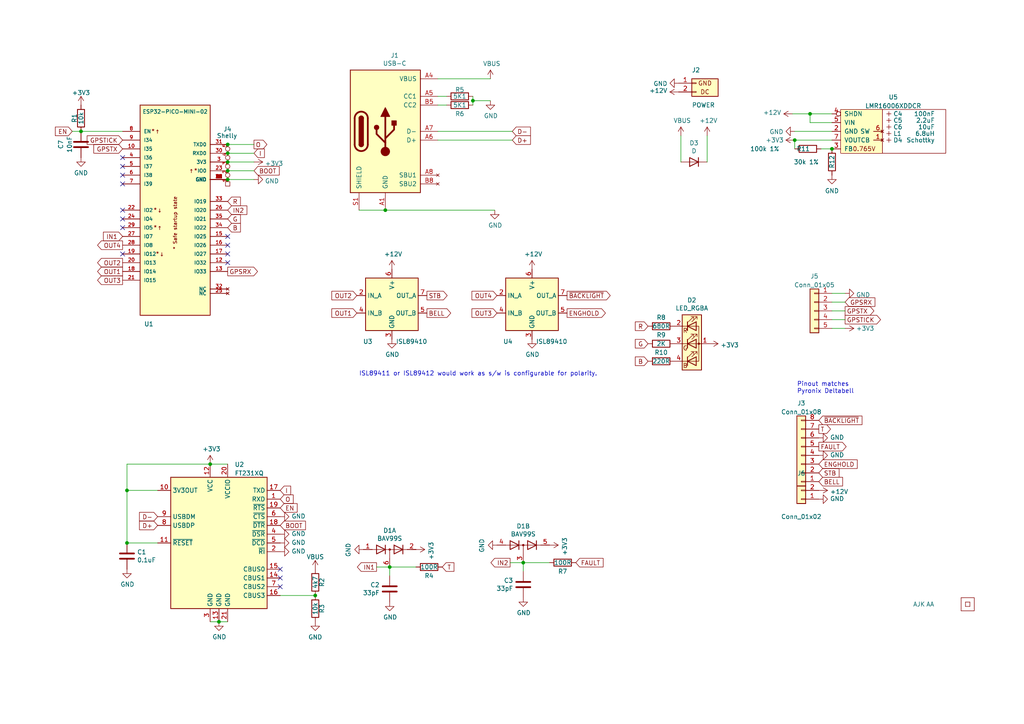
<source format=kicad_sch>
(kicad_sch (version 20211123) (generator eeschema)
  (paper "A4")
  (title_block (title "bell box control") (date "${DATE}") (rev "2") (company "Adrian Kennard Andrews & Arnold Ltd") (comment 1 "@TheRealRevK") (comment 2 "www.me.uk"))
  (lib_symbols
    (symbol "Connector_Generic:Conn_01x02" (pin_names (offset 1.016) hide)
      (property "Reference" "J" (at 0 2.54 0))
      (property "Value" "Conn_01x02" (at 0 -5.08 0))
      (symbol "Conn_01x02_1_1"
        (rectangle (start -1.27 -2.413) (end 0 -2.667) (stroke (width 0.1524)))
        (rectangle (start -1.27 0.127) (end 0 -0.127) (stroke (width 0.1524)))
        (rectangle (start -1.27 1.27) (end 1.27 -3.81) (stroke (width 0.254)) (fill (type background)))
        (pin passive line (at -5.08 0 0) (length 3.81) (name "Pin_1") (number "1"))
        (pin passive line (at -5.08 -2.54 0) (length 3.81) (name "Pin_2") (number "2"))
      )
    )
    (symbol "Connector_Generic:Conn_01x05" (pin_names (offset 1.016) hide)
      (property "Reference" "J" (at 0 7.62 0))
      (property "Value" "Conn_01x05" (at 0 -7.62 0))
      (symbol "Conn_01x05_1_1"
        (rectangle (start -1.27 -4.953) (end 0 -5.207) (stroke (width 0.1524)))
        (rectangle (start -1.27 -2.413) (end 0 -2.667) (stroke (width 0.1524)))
        (rectangle (start -1.27 0.127) (end 0 -0.127) (stroke (width 0.1524)))
        (rectangle (start -1.27 2.667) (end 0 2.413) (stroke (width 0.1524)))
        (rectangle (start -1.27 5.207) (end 0 4.953) (stroke (width 0.1524)))
        (rectangle (start -1.27 6.35) (end 1.27 -6.35) (stroke (width 0.254)) (fill (type background)))
        (pin passive line (at -5.08 5.08 0) (length 3.81) (name "Pin_1") (number "1"))
        (pin passive line (at -5.08 2.54 0) (length 3.81) (name "Pin_2") (number "2"))
        (pin passive line (at -5.08 0 0) (length 3.81) (name "Pin_3") (number "3"))
        (pin passive line (at -5.08 -2.54 0) (length 3.81) (name "Pin_4") (number "4"))
        (pin passive line (at -5.08 -5.08 0) (length 3.81) (name "Pin_5") (number "5"))
      )
    )
    (symbol "Connector_Generic:Conn_01x08" (pin_names (offset 1.016) hide)
      (property "Reference" "J" (at 0 10.16 0))
      (property "Value" "Conn_01x08" (at 0 -12.7 0))
      (symbol "Conn_01x08_1_1"
        (rectangle (start -1.27 -10.033) (end 0 -10.287) (stroke (width 0.1524)))
        (rectangle (start -1.27 -7.493) (end 0 -7.747) (stroke (width 0.1524)))
        (rectangle (start -1.27 -4.953) (end 0 -5.207) (stroke (width 0.1524)))
        (rectangle (start -1.27 -2.413) (end 0 -2.667) (stroke (width 0.1524)))
        (rectangle (start -1.27 0.127) (end 0 -0.127) (stroke (width 0.1524)))
        (rectangle (start -1.27 2.667) (end 0 2.413) (stroke (width 0.1524)))
        (rectangle (start -1.27 5.207) (end 0 4.953) (stroke (width 0.1524)))
        (rectangle (start -1.27 7.747) (end 0 7.493) (stroke (width 0.1524)))
        (rectangle (start -1.27 8.89) (end 1.27 -11.43) (stroke (width 0.254)) (fill (type background)))
        (pin passive line (at -5.08 7.62 0) (length 3.81) (name "Pin_1") (number "1"))
        (pin passive line (at -5.08 5.08 0) (length 3.81) (name "Pin_2") (number "2"))
        (pin passive line (at -5.08 2.54 0) (length 3.81) (name "Pin_3") (number "3"))
        (pin passive line (at -5.08 0 0) (length 3.81) (name "Pin_4") (number "4"))
        (pin passive line (at -5.08 -2.54 0) (length 3.81) (name "Pin_5") (number "5"))
        (pin passive line (at -5.08 -5.08 0) (length 3.81) (name "Pin_6") (number "6"))
        (pin passive line (at -5.08 -7.62 0) (length 3.81) (name "Pin_7") (number "7"))
        (pin passive line (at -5.08 -10.16 0) (length 3.81) (name "Pin_8") (number "8"))
      )
    )
    (symbol "Device:C" (pin_numbers hide) (pin_names (offset 0.254))
      (property "Reference" "C" (at 0.635 2.54 0))
      (property "Value" "C" (at 0.635 -2.54 0))
      (symbol "C_0_1"
        (polyline (pts (xy -2.032 -0.762) (xy 2.032 -0.762)) (stroke (width 0.508)))
        (polyline (pts (xy -2.032 0.762) (xy 2.032 0.762)) (stroke (width 0.508)))
      )
      (symbol "C_1_1"
        (pin passive line (at 0 3.81 270) (length 2.794) (name "~") (number "1"))
        (pin passive line (at 0 -3.81 90) (length 2.794) (name "~") (number "2"))
      )
    )
    (symbol "Device:D" (pin_numbers hide) (pin_names (offset 1.016) hide)
      (property "Reference" "D" (at 0 2.54 0))
      (property "Value" "D" (at 0 -2.54 0))
      (symbol "D_0_1"
        (polyline (pts (xy -1.27 1.27) (xy -1.27 -1.27)) (stroke (width 0.254)))
        (polyline (pts (xy 1.27 0) (xy -1.27 0)))
        (polyline (pts (xy 1.27 1.27) (xy 1.27 -1.27) (xy -1.27 0) (xy 1.27 1.27)) (stroke (width 0.254)))
      )
      (symbol "D_1_1"
        (pin passive line (at -3.81 0 0) (length 2.54) (name "K") (number "1"))
        (pin passive line (at 3.81 0 180) (length 2.54) (name "A") (number "2"))
      )
    )
    (symbol "Device:LED_ARGB" (pin_names (offset 0) hide)
      (property "Reference" "D" (at 0 9.398 0))
      (property "Value" "LED_ARGB" (at 0 -8.89 0))
      (symbol "LED_ARGB_0_0"
        (text "B" (at -1.905 -6.35 0) (effects (font (size 1.27 1.27))))
        (text "G" (at -1.905 -1.27 0) (effects (font (size 1.27 1.27))))
        (text "R" (at -1.905 3.81 0) (effects (font (size 1.27 1.27))))
      )
      (symbol "LED_ARGB_0_1"
        (polyline (pts (xy -1.27 -5.08) (xy -2.54 -5.08)))
        (polyline (pts (xy -1.27 -5.08) (xy 1.27 -5.08)))
        (polyline (pts (xy -1.27 -3.81) (xy -1.27 -6.35)) (stroke (width 0.254)))
        (polyline (pts (xy -1.27 0) (xy -2.54 0)))
        (polyline (pts (xy -1.27 1.27) (xy -1.27 -1.27)) (stroke (width 0.254)))
        (polyline (pts (xy -1.27 5.08) (xy -2.54 5.08)))
        (polyline (pts (xy -1.27 5.08) (xy 1.27 5.08)))
        (polyline (pts (xy -1.27 6.35) (xy -1.27 3.81)) (stroke (width 0.254)))
        (polyline (pts (xy 1.27 0) (xy -1.27 0)))
        (polyline (pts (xy 1.27 0) (xy 2.54 0)))
        (polyline (pts (xy -1.27 1.27) (xy -1.27 -1.27) (xy -1.27 -1.27)))
        (polyline (pts (xy -1.27 6.35) (xy -1.27 3.81) (xy -1.27 3.81)))
        (polyline (pts (xy 1.27 -5.08) (xy 2.032 -5.08) (xy 2.032 5.08) (xy 1.27 5.08)))
        (polyline (pts (xy 1.27 -3.81) (xy 1.27 -6.35) (xy -1.27 -5.08) (xy 1.27 -3.81)) (stroke (width 0.254)))
        (polyline (pts (xy 1.27 1.27) (xy 1.27 -1.27) (xy -1.27 0) (xy 1.27 1.27)) (stroke (width 0.254)))
        (polyline (pts (xy 1.27 6.35) (xy 1.27 3.81) (xy -1.27 5.08) (xy 1.27 6.35)) (stroke (width 0.254)))
        (polyline (pts (xy -1.016 -3.81) (xy 0.508 -2.286) (xy -0.254 -2.286) (xy 0.508 -2.286) (xy 0.508 -3.048)))
        (polyline (pts (xy -1.016 1.27) (xy 0.508 2.794) (xy -0.254 2.794) (xy 0.508 2.794) (xy 0.508 2.032)))
        (polyline (pts (xy -1.016 6.35) (xy 0.508 7.874) (xy -0.254 7.874) (xy 0.508 7.874) (xy 0.508 7.112)))
        (polyline (pts (xy 0 -3.81) (xy 1.524 -2.286) (xy 0.762 -2.286) (xy 1.524 -2.286) (xy 1.524 -3.048)))
        (polyline (pts (xy 0 1.27) (xy 1.524 2.794) (xy 0.762 2.794) (xy 1.524 2.794) (xy 1.524 2.032)))
        (polyline (pts (xy 0 6.35) (xy 1.524 7.874) (xy 0.762 7.874) (xy 1.524 7.874) (xy 1.524 7.112)))
        (rectangle (start 1.27 -1.27) (end 1.27 1.27))
        (rectangle (start 1.27 1.27) (end 1.27 1.27))
        (rectangle (start 1.27 3.81) (end 1.27 6.35))
        (rectangle (start 1.27 6.35) (end 1.27 6.35))
        (circle (center 2.032 0) (radius 0.254) (fill (type outline)))
        (rectangle (start 2.794 8.382) (end -2.794 -7.62) (stroke (width 0.254)) (fill (type background)))
      )
      (symbol "LED_ARGB_1_1"
        (pin passive line (at 5.08 0 180) (length 2.54) (name "A") (number "1"))
        (pin passive line (at -5.08 5.08 0) (length 2.54) (name "RK") (number "2"))
        (pin passive line (at -5.08 0 0) (length 2.54) (name "GK") (number "3"))
        (pin passive line (at -5.08 -5.08 0) (length 2.54) (name "BK") (number "4"))
      )
    )
    (symbol "Device:R" (pin_numbers hide) (pin_names (offset 0))
      (property "Reference" "R" (at 2.032 0 90))
      (property "Value" "R" (at 0 0 90))
      (symbol "R_0_1"
        (rectangle (start -1.016 -2.54) (end 1.016 2.54) (stroke (width 0.254)))
      )
      (symbol "R_1_1"
        (pin passive line (at 0 3.81 270) (length 1.27) (name "~") (number "1"))
        (pin passive line (at 0 -3.81 90) (length 1.27) (name "~") (number "2"))
      )
    )
    (symbol "Diode:BAV99S" (pin_names (offset 0.0254) hide)
      (property "Reference" "D" (at 0 2.54 0))
      (property "Value" "BAV99S" (at 0 5.08 0))
      (symbol "BAV99S_0_1"
        (polyline (pts (xy -5.08 0) (xy 5.08 0)))
        (polyline (pts (xy 0 0) (xy 0 -2.54)))
        (polyline (pts (xy -1.27 -1.27) (xy -1.27 1.27) (xy -1.27 1.27)) (stroke (width 0.254)))
        (polyline (pts (xy 3.81 1.27) (xy 3.81 -1.27) (xy 3.81 -1.27)) (stroke (width 0.254)))
        (polyline (pts (xy -3.81 1.27) (xy -1.27 0) (xy -3.81 -1.27) (xy -3.81 1.27) (xy -3.81 1.27) (xy -3.81 1.27)) (stroke (width 0.254)))
        (polyline (pts (xy 1.27 1.27) (xy 3.81 0) (xy 1.27 -1.27) (xy 1.27 1.27) (xy 1.27 1.27) (xy 1.27 1.27)) (stroke (width 0.254)))
        (circle (center 0 0) (radius 0.254) (fill (type outline)))
      )
      (symbol "BAV99S_1_1"
        (polyline (pts (xy 6.35 0) (xy 7.62 0)))
        (pin passive line (at -7.62 0 0) (length 2.54) (name "A1") (number "1"))
        (pin passive line (at 7.62 0 180) (length 2.54) (name "K2") (number "2"))
        (pin passive line (at 0 -5.08 90) (length 2.54) (name "K3A4") (number "6"))
      )
      (symbol "BAV99S_2_1"
        (polyline (pts (xy 6.35 0) (xy 7.62 0)))
        (pin passive line (at 0 -5.08 90) (length 2.54) (name "K1A2") (number "3"))
        (pin passive line (at -7.62 0 0) (length 2.54) (name "A3") (number "4"))
        (pin passive line (at 7.62 0 180) (length 2.54) (name "K4") (number "5"))
      )
    )
    (symbol "Driver_FET:EL7202CN"
      (property "Reference" "U" (at -7.62 8.89 0))
      (property "Value" "EL7202CN" (at 1.27 8.89 0))
      (symbol "EL7202CN_0_1"
        (rectangle (start -7.62 -7.62) (end 7.62 7.62) (stroke (width 0.254)) (fill (type background)))
      )
      (symbol "EL7202CN_1_1"
        (pin no_connect line (at -7.62 0 0) (length 2.54) hide (name "NC") (number "1"))
        (pin input line (at -10.16 2.54 0) (length 2.54) (name "IN_A") (number "2"))
        (pin power_in line (at 0 -10.16 90) (length 2.54) (name "GND") (number "3"))
        (pin input line (at -10.16 -2.54 0) (length 2.54) (name "IN_B") (number "4"))
        (pin output line (at 10.16 -2.54 180) (length 2.54) (name "OUT_B") (number "5"))
        (pin power_in line (at 0 10.16 270) (length 2.54) (name "V+") (number "6"))
        (pin output line (at 10.16 2.54 180) (length 2.54) (name "OUT_A") (number "7"))
        (pin no_connect line (at 7.62 0 180) (length 2.54) hide (name "NC") (number "8"))
      )
    )
    (symbol "GND_7" (power) (pin_names (offset 0))
      (property "Value" "GND_7" (at 0 -3.81 0))
      (symbol "GND_7_0_1"
        (polyline (pts (xy 0 0) (xy 0 -1.27) (xy 1.27 -1.27) (xy 0 -2.54) (xy -1.27 -1.27) (xy 0 -1.27)))
      )
      (symbol "GND_7_1_1"
        (pin power_in line (at 0 0 270) (length 0) hide (name "GND") (number "1"))
      )
    )
    (symbol "RevK:AA" (pin_names (offset 1.016)) (in_bom no)
      (property "Value" "AA" (at 0 0 0))
    )
    (symbol "RevK:AJK" (pin_names (offset 1.016)) (in_bom no)
      (property "Value" "AJK" (at 0 0 0))
    )
    (symbol "RevK:ESP32-PICO-MINI-02" (pin_names (offset 1.016))
      (property "Reference" "U" (at -10.16 -33.02 0))
      (property "Value" "ESP32-PICO-MINI-02" (at 0 27.94 0))
      (symbol "ESP32-PICO-MINI-02_0_0"
        (rectangle (start -10.16 -30.48) (end 10.16 30.48) (stroke (width 0.254)) (fill (type background)))
        (text "* Safe startup state" (at 0 -11.43 900) (effects (font (size 1 1)) (justify left)))
        (text "*↑" (at -6.985 22.86 0) (effects (font (size 1.27 1.27)) (justify left)))
        (text "*↑" (at -6.35 -5.08 0) (effects (font (size 1.27 1.27)) (justify left)))
        (text "*↓" (at -6.35 0 0) (effects (font (size 1.27 1.27)) (justify left)))
        (text "*↓" (at -5.715 -12.7 0) (effects (font (size 1.27 1.27)) (justify left)))
        (text "↑*" (at 3.81 11.43 0) (effects (font (size 1.27 1.27)) (justify left)))
        (pin power_in line (at 15.24 8.89 180) (length 5.08) (name "GND") (number "1"))
        (pin input line (at -15.24 17.78 0) (length 5.08) (name "I35") (number "10"))
        (pin power_in line (at 15.24 8.89 180) (length 5.08) (name "GND") (number "11"))
        (pin bidirectional line (at 15.24 -15.24 180) (length 5.08) (name "IO32") (number "12"))
        (pin bidirectional line (at 15.24 -17.78 180) (length 5.08) (name "IO33") (number "13"))
        (pin power_in line (at 15.24 8.89 180) (length 5.08) (name "GND") (number "14"))
        (pin bidirectional line (at 15.24 -7.62 180) (length 5.08) (name "IO25") (number "15"))
        (pin bidirectional line (at 15.24 -10.16 180) (length 5.08) (name "IO26") (number "16"))
        (pin bidirectional line (at 15.24 -12.7 180) (length 5.08) (name "IO27") (number "17"))
        (pin bidirectional line (at -15.24 -17.78 0) (length 5.08) (name "IO14") (number "18"))
        (pin bidirectional line (at -15.24 -12.7 0) (length 5.08) (name "IO12") (number "19"))
        (pin power_in line (at 15.24 8.89 180) (length 5.08) (name "GND") (number "2"))
        (pin bidirectional line (at -15.24 -15.24 0) (length 5.08) (name "IO13") (number "20"))
        (pin bidirectional line (at -15.24 -20.32 0) (length 5.08) (name "IO15") (number "21"))
        (pin bidirectional line (at -15.24 0 0) (length 5.08) (name "IO2") (number "22"))
        (pin bidirectional line (at 15.24 11.43 180) (length 5.08) (name "IO0") (number "23"))
        (pin bidirectional line (at -15.24 -2.54 0) (length 5.08) (name "IO4") (number "24"))
        (pin no_connect line (at 15.24 -24.13 180) (length 5.08) (name "NC") (number "25"))
        (pin bidirectional line (at 15.24 0 180) (length 5.08) (name "IO20") (number "26"))
        (pin bidirectional line (at -15.24 -7.62 0) (length 5.08) (name "IO7") (number "27"))
        (pin bidirectional line (at -15.24 -10.16 0) (length 5.08) (name "IO8") (number "28"))
        (pin bidirectional line (at -15.24 -5.08 0) (length 5.08) (name "IO5") (number "29"))
        (pin power_in line (at 15.24 13.97 180) (length 5.08) (name "3V3") (number "3"))
        (pin bidirectional line (at 15.24 16.51 180) (length 5.08) (name "RXD0") (number "30"))
        (pin bidirectional line (at 15.24 19.05 180) (length 5.08) (name "TXD0") (number "31"))
        (pin no_connect line (at 15.24 -22.86 180) (length 5.08) (name "NC") (number "32"))
        (pin bidirectional line (at 15.24 2.54 180) (length 5.08) (name "IO19") (number "33"))
        (pin bidirectional line (at 15.24 -5.08 180) (length 5.08) (name "IO22") (number "34"))
        (pin bidirectional line (at 15.24 -2.54 180) (length 5.08) (name "IO21") (number "35"))
        (pin power_in line (at 15.24 8.89 180) (length 5.08) (name "GND") (number "36"))
        (pin power_in line (at 15.24 8.89 180) (length 5.08) (name "GND") (number "37"))
        (pin power_in line (at 15.24 8.89 180) (length 5.08) (name "GND") (number "38"))
        (pin power_in line (at 15.24 8.89 180) (length 5.08) (name "GND") (number "39"))
        (pin input line (at -15.24 15.24 0) (length 5.08) (name "I36") (number "4"))
        (pin power_in line (at 15.24 8.89 180) (length 5.08) (name "GND") (number "40"))
        (pin power_in line (at 15.24 8.89 180) (length 5.08) (name "GND") (number "41"))
        (pin power_in line (at 15.24 8.89 180) (length 5.08) (name "GND") (number "42"))
        (pin power_in line (at 15.24 8.89 180) (length 5.08) (name "GND") (number "43"))
        (pin power_in line (at 15.24 8.89 180) (length 5.08) (name "GND") (number "44"))
        (pin power_in line (at 15.24 8.89 180) (length 5.08) (name "GND") (number "45"))
        (pin power_in line (at 15.24 8.89 180) (length 5.08) (name "GND") (number "46"))
        (pin power_in line (at 15.24 8.89 180) (length 5.08) (name "GND") (number "47"))
        (pin power_in line (at 15.24 8.89 180) (length 5.08) (name "GND") (number "48"))
        (pin power_in line (at 15.24 8.89 180) (length 5.08) (name "GND") (number "49"))
        (pin input line (at -15.24 12.7 0) (length 5.08) (name "I37") (number "5"))
        (pin power_in line (at 15.24 8.89 180) (length 5.08) (name "GND") (number "50"))
        (pin power_in line (at 15.24 8.89 180) (length 5.08) (name "GND") (number "51"))
        (pin power_in line (at 15.24 8.89 180) (length 5.08) (name "GND") (number "52"))
        (pin power_in line (at 15.24 8.89 180) (length 5.08) (name "GND") (number "53"))
        (pin input line (at -15.24 10.16 0) (length 5.08) (name "I38") (number "6"))
        (pin input line (at -15.24 7.62 0) (length 5.08) (name "I39") (number "7"))
        (pin input line (at -15.24 22.86 0) (length 5.08) (name "EN") (number "8"))
        (pin input line (at -15.24 20.32 0) (length 5.08) (name "I34") (number "9"))
      )
    )
    (symbol "RevK:FT231XQ"
      (property "Reference" "U" (at -13.97 20.32 0))
      (property "Value" "FT231XQ" (at 6.35 20.32 0))
      (symbol "FT231XQ_0_1"
        (rectangle (start -13.97 19.05) (end 13.97 -19.05) (stroke (width 0.254)) (fill (type background)))
      )
      (symbol "FT231XQ_1_1"
        (pin input line (at 17.78 12.7 180) (length 3.81) (name "RXD") (number "1"))
        (pin passive line (at -17.78 15.24 0) (length 3.81) (name "3V3OUT") (number "10"))
        (pin input line (at -17.78 0 0) (length 3.81) (name "~{RESET}") (number "11"))
        (pin power_in line (at -2.54 22.86 270) (length 3.81) (name "VCC") (number "12"))
        (pin power_in line (at 0 -22.86 90) (length 3.81) (name "GND") (number "13"))
        (pin bidirectional line (at 17.78 -10.16 180) (length 3.81) (name "CBUS1") (number "14"))
        (pin bidirectional line (at 17.78 -7.62 180) (length 3.81) (name "CBUS0") (number "15"))
        (pin bidirectional line (at 17.78 -15.24 180) (length 3.81) (name "CBUS3") (number "16"))
        (pin output line (at 17.78 15.24 180) (length 3.81) (name "TXD") (number "17"))
        (pin output line (at 17.78 5.08 180) (length 3.81) (name "~{DTR}") (number "18"))
        (pin output line (at 17.78 10.16 180) (length 3.81) (name "~{RTS}") (number "19"))
        (pin input line (at 17.78 -2.54 180) (length 3.81) (name "~{RI}") (number "2"))
        (pin power_in line (at 2.54 22.86 270) (length 3.81) (name "VCCIO") (number "20"))
        (pin power_in line (at 2.54 -22.86 90) (length 3.81) (name "GND") (number "21"))
        (pin power_in line (at -2.54 -22.86 90) (length 3.81) (name "GND") (number "3"))
        (pin input line (at 17.78 2.54 180) (length 3.81) (name "~{DSR}") (number "4"))
        (pin input line (at 17.78 0 180) (length 3.81) (name "~{DCD}") (number "5"))
        (pin input line (at 17.78 7.62 180) (length 3.81) (name "~{CTS}") (number "6"))
        (pin bidirectional line (at 17.78 -12.7 180) (length 3.81) (name "CBUS2") (number "7"))
        (pin bidirectional line (at -17.78 5.08 0) (length 3.81) (name "USBDP") (number "8"))
        (pin bidirectional line (at -17.78 7.62 0) (length 3.81) (name "USBDM") (number "9"))
      )
    )
    (symbol "RevK:Hidden" (pin_names (offset 1.016))
      (property "Reference" "Z" (at 0.635 0 0))
      (property "Value" "Hidden" (at 4.445 0 0))
      (symbol "Hidden_0_1"
        (polyline (pts (xy -0.635 0) (xy 0.635 0)) (stroke (width 0.1524)))
        (polyline (pts (xy 0 0.635) (xy 0 -0.635)) (stroke (width 0.1524)))
      )
      (symbol "Hidden_1_1"
        (pin no_connect non_logic (at 0 -2.54 90) (length 2.54) hide (name "~") (number "~"))
      )
    )
    (symbol "RevK:LMR16006XDDCR" (pin_names (offset 1.016))
      (property "Reference" "U" (at 11.43 2.54 0))
      (property "Value" "LMR16006XDDCR" (at 7.62 -12.7 0))
      (symbol "LMR16006XDDCR_0_0"
        (rectangle (start 2.54 1.27) (end 14.605 -11.43) (fill (type background)))
        (text "0.765V" (at 12.7 -10.16 0) (effects (font (size 1.27 1.27)) (justify right)))
      )
      (symbol "LMR16006XDDCR_0_1"
        (rectangle (start 14.605 1.27) (end 33.02 -11.43))
      )
      (symbol "LMR16006XDDCR_1_1"
        (pin no_connect line (at 14.605 -7.62 180) (length 2.54) (name "CB") (number "1"))
        (pin power_in line (at 0 -5.08 0) (length 2.54) (name "GND") (number "2"))
        (pin passive line (at 0 -10.16 0) (length 2.54) (name "FB") (number "3"))
        (pin input inverted (at 0 0 0) (length 2.54) (name "SHDN") (number "4"))
        (pin power_in line (at 0 -2.54 0) (length 2.54) (name "VIN") (number "5"))
        (pin no_connect line (at 14.605 -5.08 180) (length 2.54) (name "SW") (number "6"))
        (pin power_out line (at 0 -7.62 0) (length 2.54) (name "VOUT") (number "7"))
      )
    )
    (symbol "RevK:PowerIn" (pin_names (offset 1.016) hide)
      (property "Reference" "J" (at 0 2.54 0))
      (property "Value" "PowerIn" (at 2.54 -5.08 0))
      (symbol "PowerIn_0_0"
        (text "DC" (at 2.54 -2.54 0) (effects (font (size 1.27 1.27))))
        (text "GND" (at 2.54 0 0) (effects (font (size 1.27 1.27))))
      )
      (symbol "PowerIn_1_1"
        (rectangle (start -1.27 -2.413) (end 0 -2.667) (stroke (width 0.1524)))
        (rectangle (start -1.27 0.127) (end 0 -0.127) (stroke (width 0.1524)))
        (rectangle (start -1.27 1.27) (end 6.35 -3.81) (stroke (width 0.254)) (fill (type background)))
        (pin power_in line (at -5.08 0 0) (length 3.81) (name "GND") (number "1"))
        (pin power_out line (at -5.08 -2.54 0) (length 3.81) (name "DC") (number "2"))
      )
    )
    (symbol "RevK:QR" (pin_names (offset 1.016)) (in_bom no)
      (symbol "QR_0_1"
        (rectangle (start -1.905 -1.905) (end -1.905 1.905))
        (rectangle (start -1.905 1.905) (end 1.905 1.905))
        (rectangle (start -0.635 -0.635) (end -0.635 0.635))
        (rectangle (start -0.635 0.635) (end 0.635 0.635))
        (rectangle (start 0.635 -0.635) (end -0.635 -0.635))
        (rectangle (start 0.635 0.635) (end 0.635 -0.635))
        (rectangle (start 1.905 -1.905) (end -1.905 -1.905))
        (rectangle (start 1.905 1.905) (end 1.905 -1.905))
      )
    )
    (symbol "RevK:Shelly" (in_bom no)
      (property "Reference" "J" (at 2.54 -8.255 0))
      (property "Value" "Shelly" (at 2.54 9.525 0))
      (symbol "Shelly_0_1"
        (rectangle (start -0.635 6.985) (end 0.635 5.715) (stroke (width 0.1524)))
        (circle (center 0 -3.81) (radius 0.635) (stroke (width 0.1524)))
        (circle (center 0 -1.27) (radius 0.635) (stroke (width 0.1524)))
        (circle (center 0 1.27) (radius 0.635) (stroke (width 0.1524)))
        (circle (center 0 3.81) (radius 0.635) (stroke (width 0.1524)))
      )
      (symbol "Shelly_1_1"
        (pin passive line (at 0 5.08 90) (length 0.64) (name "GND") (number "1"))
        (pin passive line (at 0 2.54 90) (length 0.64) (name "0") (number "2"))
        (pin passive line (at 0 0 90) (length 0.64) (name "3V3") (number "3"))
        (pin passive line (at 0 -2.54 90) (length 0.64) (name "Rx") (number "4"))
        (pin passive line (at 0 -5.08 90) (length 0.64) (name "Tx") (number "5"))
      )
    )
    (symbol "RevK:USB-C" (pin_names (offset 1.016))
      (property "Reference" "J" (at -10.16 19.05 0))
      (property "Value" "USB-C" (at -7.62 15.24 0))
      (symbol "USB-C_0_1"
        (rectangle (start -10.16 17.78) (end 10.16 -17.78) (stroke (width 0.254)) (fill (type background)))
        (arc (start -8.89 -3.81) (mid -6.985 -5.715) (end -5.08 -3.81) (stroke (width 0.508)))
        (arc (start -7.62 -3.81) (mid -6.985 -4.445) (end -6.35 -3.81) (stroke (width 0.254)))
        (arc (start -7.62 -3.81) (mid -6.985 -4.445) (end -6.35 -3.81) (stroke (width 0.254)) (fill (type outline)))
        (rectangle (start -7.62 -3.81) (end -6.35 3.81) (stroke (width 0.254)) (fill (type outline)))
        (arc (start -6.35 3.81) (mid -6.985 4.445) (end -7.62 3.81) (stroke (width 0.254)))
        (arc (start -6.35 3.81) (mid -6.985 4.445) (end -7.62 3.81) (stroke (width 0.254)) (fill (type outline)))
        (arc (start -5.08 3.81) (mid -6.985 5.715) (end -8.89 3.81) (stroke (width 0.508)))
        (circle (center -2.54 1.143) (radius 0.635) (stroke (width 0.254)) (fill (type outline)))
        (circle (center 0 -5.842) (radius 1.27) (fill (type outline)))
        (polyline (pts (xy -8.89 -3.81) (xy -8.89 3.81)) (stroke (width 0.508)))
        (polyline (pts (xy -5.08 3.81) (xy -5.08 -3.81)) (stroke (width 0.508)))
        (polyline (pts (xy 0 -5.842) (xy 0 4.318)) (stroke (width 0.508)))
        (polyline (pts (xy 0 -3.302) (xy -2.54 -0.762) (xy -2.54 0.508)) (stroke (width 0.508)))
        (polyline (pts (xy 0 -2.032) (xy 2.54 0.508) (xy 2.54 1.778)) (stroke (width 0.508)))
        (polyline (pts (xy -1.27 4.318) (xy 0 6.858) (xy 1.27 4.318) (xy -1.27 4.318)) (stroke (width 0.254)) (fill (type outline)))
        (rectangle (start 1.905 1.778) (end 3.175 3.048) (stroke (width 0.254)) (fill (type outline)))
      )
      (symbol "USB-C_1_1"
        (pin power_out line (at 0 -22.86 90) (length 5.08) (name "GND") (number "A1"))
        (pin passive line (at 0 -22.86 90) (length 5.08) hide (name "GND") (number "A12"))
        (pin power_out line (at 15.24 15.24 180) (length 5.08) (name "VBUS") (number "A4"))
        (pin bidirectional line (at 15.24 10.16 180) (length 5.08) (name "CC1") (number "A5"))
        (pin bidirectional line (at 15.24 -2.54 180) (length 5.08) (name "D+") (number "A6"))
        (pin bidirectional line (at 15.24 0 180) (length 5.08) (name "D-") (number "A7"))
        (pin no_connect line (at 15.24 -12.7 180) (length 5.08) (name "SBU1") (number "A8"))
        (pin passive line (at 15.24 15.24 180) (length 5.08) hide (name "VBUS") (number "A9"))
        (pin passive line (at 0 -22.86 90) (length 5.08) hide (name "GND") (number "B1"))
        (pin passive line (at 0 -22.86 90) (length 5.08) hide (name "GND") (number "B12"))
        (pin passive line (at 15.24 15.24 180) (length 5.08) hide (name "VBUS") (number "B4"))
        (pin bidirectional line (at 15.24 7.62 180) (length 5.08) (name "CC2") (number "B5"))
        (pin bidirectional line (at 15.24 -2.54 180) (length 5.08) hide (name "D+") (number "B6"))
        (pin bidirectional line (at 15.24 0 180) (length 5.08) hide (name "D-") (number "B7"))
        (pin no_connect line (at 15.24 -15.24 180) (length 5.08) (name "SBU2") (number "B8"))
        (pin passive line (at 15.24 15.24 180) (length 5.08) hide (name "VBUS") (number "B9"))
        (pin passive line (at -7.62 -22.86 90) (length 5.08) (name "SHIELD") (number "S1"))
      )
    )
    (symbol "power:+12V" (power) (pin_names (offset 0))
      (property "Value" "+12V" (at 0 3.556 0))
      (symbol "+12V_0_1"
        (polyline (pts (xy -0.762 1.27) (xy 0 2.54)))
        (polyline (pts (xy 0 0) (xy 0 2.54)))
        (polyline (pts (xy 0 2.54) (xy 0.762 1.27)))
      )
      (symbol "+12V_1_1"
        (pin power_in line (at 0 0 90) (length 0) hide (name "+12V") (number "1"))
      )
    )
    (symbol "power:+3.3V" (power) (pin_names (offset 0))
      (property "Value" "+3.3V" (at 0 3.556 0))
      (symbol "+3.3V_0_1"
        (polyline (pts (xy -0.762 1.27) (xy 0 2.54)))
        (polyline (pts (xy 0 0) (xy 0 2.54)))
        (polyline (pts (xy 0 2.54) (xy 0.762 1.27)))
      )
      (symbol "+3.3V_1_1"
        (pin power_in line (at 0 0 90) (length 0) hide (name "+3V3") (number "1"))
      )
    )
    (symbol "power:GND" (power) (pin_names (offset 0))
      (property "Value" "GND" (at 0 -3.81 0))
      (symbol "GND_0_1"
        (polyline (pts (xy 0 0) (xy 0 -1.27) (xy 1.27 -1.27) (xy 0 -2.54) (xy -1.27 -1.27) (xy 0 -1.27)))
      )
      (symbol "GND_1_1"
        (pin power_in line (at 0 0 270) (length 0) hide (name "GND") (number "1"))
      )
    )
    (symbol "power:VBUS" (power) (pin_names (offset 0))
      (property "Value" "VBUS" (at 0 3.81 0))
      (symbol "VBUS_0_1"
        (polyline (pts (xy -0.762 1.27) (xy 0 2.54)))
        (polyline (pts (xy 0 0) (xy 0 2.54)))
        (polyline (pts (xy 0 2.54) (xy 0.762 1.27)))
      )
      (symbol "VBUS_1_1"
        (pin power_in line (at 0 0 90) (length 0) hide (name "VBUS") (number "1"))
      )
    )
  )
  (junction (at 66.04 46.99))
  (junction (at 66.04 52.07))
  (junction (at 111.76 60.96))
  (junction (at 151.765 163.195))
  (junction (at 23.495 38.1))
  (junction (at 66.04 44.45))
  (junction (at 36.83 157.48))
  (junction (at 36.83 142.24))
  (junction (at 63.5 180.34))
  (junction (at 66.04 41.91))
  (junction (at 60.96 134.62))
  (junction (at 230.505 40.64))
  (junction (at 234.95 33.02))
  (junction (at 113.03 164.465))
  (junction (at 91.44 172.72))
  (junction (at 241.3 43.18))
  (junction (at 66.04 49.53))
  (junction (at 137.16 29.21))
  (no_connect (at 81.28 165.1))
  (no_connect (at 81.28 170.18))
  (no_connect (at 35.56 63.5))
  (no_connect (at 66.04 71.12))
  (no_connect (at 66.04 73.66))
  (no_connect (at 66.04 76.2))
  (no_connect (at 35.56 66.04))
  (no_connect (at 35.56 60.96))
  (no_connect (at 35.56 73.66))
  (no_connect (at 35.56 53.34))
  (no_connect (at 35.56 48.26))
  (no_connect (at 35.56 45.72))
  (no_connect (at 35.56 50.8))
  (no_connect (at 66.04 68.58))
  (no_connect (at 81.28 167.64))
  (wire (pts (xy 23.495 38.1) (xy 20.955 38.1)))
  (wire (pts (xy 127 30.48) (xy 129.54 30.48)))
  (wire (pts (xy 81.28 172.72) (xy 91.44 172.72)))
  (wire (pts (xy 230.505 40.64) (xy 241.3 40.64)))
  (wire (pts (xy 241.3 87.63) (xy 245.11 87.63)))
  (wire (pts (xy 137.16 29.21) (xy 137.16 30.48)))
  (wire (pts (xy 66.04 52.07) (xy 73.66 52.07)))
  (wire (pts (xy 23.495 38.1) (xy 35.56 38.1)))
  (wire (pts (xy 205.105 46.99) (xy 205.105 39.37)))
  (wire (pts (xy 45.72 157.48) (xy 36.83 157.48)))
  (wire (pts (xy 60.96 180.34) (xy 63.5 180.34)))
  (wire (pts (xy 137.16 27.94) (xy 137.16 29.21)))
  (wire (pts (xy 36.83 134.62) (xy 60.96 134.62)))
  (wire (pts (xy 234.95 33.02) (xy 234.95 35.56)))
  (wire (pts (xy 234.95 35.56) (xy 241.3 35.56)))
  (wire (pts (xy 66.04 46.99) (xy 73.66 46.99)))
  (wire (pts (xy 63.5 180.34) (xy 66.04 180.34)))
  (wire (pts (xy 234.95 33.02) (xy 241.3 33.02)))
  (wire (pts (xy 104.14 60.96) (xy 111.76 60.96)))
  (wire (pts (xy 36.83 142.24) (xy 45.72 142.24)))
  (wire (pts (xy 127 22.86) (xy 142.24 22.86)))
  (wire (pts (xy 36.83 157.48) (xy 36.83 142.24)))
  (wire (pts (xy 197.485 46.99) (xy 197.485 39.37)))
  (wire (pts (xy 241.3 95.25) (xy 245.11 95.25)))
  (wire (pts (xy 66.04 41.91) (xy 73.66 41.91)))
  (wire (pts (xy 111.76 60.96) (xy 143.51 60.96)))
  (wire (pts (xy 229.87 33.02) (xy 234.95 33.02)))
  (wire (pts (xy 241.3 92.71) (xy 245.11 92.71)))
  (wire (pts (xy 127 40.64) (xy 148.59 40.64)))
  (wire (pts (xy 238.125 43.18) (xy 241.3 43.18)))
  (wire (pts (xy 241.3 90.17) (xy 245.11 90.17)))
  (wire (pts (xy 151.765 163.195) (xy 159.385 163.195)))
  (wire (pts (xy 66.04 49.53) (xy 73.66 49.53)))
  (wire (pts (xy 113.03 164.465) (xy 120.65 164.465)))
  (wire (pts (xy 127 38.1) (xy 148.59 38.1)))
  (wire (pts (xy 142.24 29.21) (xy 137.16 29.21)))
  (wire (pts (xy 113.03 164.465) (xy 113.03 167.005)))
  (wire (pts (xy 230.505 40.64) (xy 230.505 43.18)))
  (wire (pts (xy 151.765 163.195) (xy 151.765 165.735)))
  (wire (pts (xy 36.83 142.24) (xy 36.83 134.62)))
  (wire (pts (xy 66.04 134.62) (xy 60.96 134.62)))
  (wire (pts (xy 230.505 38.1) (xy 241.3 38.1)))
  (wire (pts (xy 109.22 164.465) (xy 113.03 164.465)))
  (wire (pts (xy 66.04 44.45) (xy 73.66 44.45)))
  (wire (pts (xy 127 27.94) (xy 129.54 27.94)))
  (wire (pts (xy 241.3 85.09) (xy 245.11 85.09)))
  (wire (pts (xy 147.955 163.195) (xy 151.765 163.195)))
  (text "Pinout matches\nPyronix Deltabell" (at 231.14 114.3 0) (effects (font (size 1.27 1.27)) (justify left bottom)))
  (text "ISL89411 or ISL89412 would work as s/w is configurable for polarity." (at 104.14 109.22 0) (effects (font (size 1.27 1.27)) (justify left bottom)))
  (global_label "GPSTICK" (shape input) (at 35.56 40.64 180) (property "Intersheet References" "${INTERSHEET_REFS}" (effects hide)))
  (global_label "OUT1" (shape input) (at 103.505 90.805 180) (property "Intersheet References" "${INTERSHEET_REFS}" (effects hide)))
  (global_label "R" (shape input) (at 66.04 58.42 0) (property "Intersheet References" "${INTERSHEET_REFS}" (effects hide)))
  (global_label "B" (shape input) (at 187.96 104.775 180) (property "Intersheet References" "${INTERSHEET_REFS}" (effects hide)))
  (global_label "GPSTX" (shape output) (at 245.11 90.17 0) (property "Intersheet References" "${INTERSHEET_REFS}" (effects hide)))
  (global_label "I" (shape input) (at 73.66 44.45 0) (property "Intersheet References" "${INTERSHEET_REFS}" (effects hide)))
  (global_label "EN" (shape input) (at 20.955 38.1 180) (property "Intersheet References" "${INTERSHEET_REFS}" (effects hide)))
  (global_label "FAULT" (shape output) (at 237.49 129.54 0) (property "Intersheet References" "${INTERSHEET_REFS}" (effects hide)))
  (global_label "IN1" (shape input) (at 35.56 68.58 180) (property "Intersheet References" "${INTERSHEET_REFS}" (effects hide)))
  (global_label "BELL" (shape input) (at 237.49 139.7 0) (property "Intersheet References" "${INTERSHEET_REFS}" (effects hide)))
  (global_label "GPSRX" (shape input) (at 245.11 87.63 0) (property "Intersheet References" "${INTERSHEET_REFS}" (effects hide)))
  (global_label "IN2" (shape input) (at 66.04 60.96 0) (property "Intersheet References" "${INTERSHEET_REFS}" (effects hide)))
  (global_label "B" (shape input) (at 66.04 66.04 0) (property "Intersheet References" "${INTERSHEET_REFS}" (effects hide)))
  (global_label "EN" (shape input) (at 81.28 147.32 0) (property "Intersheet References" "${INTERSHEET_REFS}" (effects hide)))
  (global_label "G" (shape input) (at 187.96 99.695 180) (property "Intersheet References" "${INTERSHEET_REFS}" (effects hide)))
  (global_label "OUT3" (shape output) (at 35.56 81.28 180) (property "Intersheet References" "${INTERSHEET_REFS}" (effects hide)))
  (global_label "ENGHOLD" (shape input) (at 237.49 134.62 0) (property "Intersheet References" "${INTERSHEET_REFS}" (effects hide)))
  (global_label "OUT3" (shape input) (at 144.145 90.805 180) (property "Intersheet References" "${INTERSHEET_REFS}" (effects hide)))
  (global_label "OUT2" (shape input) (at 103.505 85.725 180) (property "Intersheet References" "${INTERSHEET_REFS}" (effects hide)))
  (global_label "GPSRX" (shape output) (at 66.04 78.74 0) (property "Intersheet References" "${INTERSHEET_REFS}" (effects hide)))
  (global_label "FAULT" (shape input) (at 167.005 163.195 0) (property "Intersheet References" "${INTERSHEET_REFS}" (effects hide)))
  (global_label "ENGHOLD" (shape output) (at 164.465 90.805 0) (property "Intersheet References" "${INTERSHEET_REFS}" (effects hide)))
  (global_label "D-" (shape input) (at 45.72 149.86 180) (property "Intersheet References" "${INTERSHEET_REFS}" (effects hide)))
  (global_label "T" (shape output) (at 237.49 124.46 0) (property "Intersheet References" "${INTERSHEET_REFS}" (effects hide)))
  (global_label "IN2" (shape output) (at 147.955 163.195 180) (property "Intersheet References" "${INTERSHEET_REFS}" (effects hide)))
  (global_label "GPSTICK" (shape output) (at 245.11 92.71 0) (property "Intersheet References" "${INTERSHEET_REFS}" (effects hide)))
  (global_label "D+" (shape input) (at 45.72 152.4 180) (property "Intersheet References" "${INTERSHEET_REFS}" (effects hide)))
  (global_label "O" (shape output) (at 73.66 41.91 0) (property "Intersheet References" "${INTERSHEET_REFS}" (effects hide)))
  (global_label "D+" (shape input) (at 148.59 40.64 0) (property "Intersheet References" "${INTERSHEET_REFS}" (effects hide)))
  (global_label "~{BACKLIGHT}" (shape input) (at 237.49 121.92 0) (property "Intersheet References" "${INTERSHEET_REFS}" (effects hide)))
  (global_label "OUT2" (shape output) (at 35.56 76.2 180) (property "Intersheet References" "${INTERSHEET_REFS}" (effects hide)))
  (global_label "D-" (shape input) (at 148.59 38.1 0) (property "Intersheet References" "${INTERSHEET_REFS}" (effects hide)))
  (global_label "G" (shape input) (at 66.04 63.5 0) (property "Intersheet References" "${INTERSHEET_REFS}" (effects hide)))
  (global_label "OUT1" (shape output) (at 35.56 78.74 180) (property "Intersheet References" "${INTERSHEET_REFS}" (effects hide)))
  (global_label "BOOT" (shape input) (at 81.28 152.4 0) (property "Intersheet References" "${INTERSHEET_REFS}" (effects hide)))
  (global_label "O" (shape input) (at 81.28 144.78 0) (property "Intersheet References" "${INTERSHEET_REFS}" (effects hide)))
  (global_label "T" (shape input) (at 128.27 164.465 0) (property "Intersheet References" "${INTERSHEET_REFS}" (effects hide)))
  (global_label "OUT4" (shape input) (at 144.145 85.725 180) (property "Intersheet References" "${INTERSHEET_REFS}" (effects hide)))
  (global_label "~{BACKLIGHT}" (shape output) (at 164.465 85.725 0) (property "Intersheet References" "${INTERSHEET_REFS}" (effects hide)))
  (global_label "BOOT" (shape input) (at 73.66 49.53 0) (property "Intersheet References" "${INTERSHEET_REFS}" (effects hide)))
  (global_label "GPSTX" (shape input) (at 35.56 43.18 180) (property "Intersheet References" "${INTERSHEET_REFS}" (effects hide)))
  (global_label "R" (shape input) (at 187.96 94.615 180) (property "Intersheet References" "${INTERSHEET_REFS}" (effects hide)))
  (global_label "STB" (shape output) (at 123.825 85.725 0) (property "Intersheet References" "${INTERSHEET_REFS}" (effects hide)))
  (global_label "OUT4" (shape output) (at 35.56 71.12 180) (property "Intersheet References" "${INTERSHEET_REFS}" (effects hide)))
  (global_label "I" (shape input) (at 81.28 142.24 0) (property "Intersheet References" "${INTERSHEET_REFS}" (effects hide)))
  (global_label "STB" (shape input) (at 237.49 137.16 0) (property "Intersheet References" "${INTERSHEET_REFS}" (effects hide)))
  (global_label "IN1" (shape output) (at 109.22 164.465 180) (property "Intersheet References" "${INTERSHEET_REFS}" (effects hide)))
  (global_label "BELL" (shape output) (at 123.825 90.805 0) (property "Intersheet References" "${INTERSHEET_REFS}" (effects hide)))
  (symbol (lib_id "RevK:USB-C") (at 111.76 38.1 0) (unit 1)
    (property "Reference" "J1" (at 114.4778 16.0782 0))
    (property "Value" "USB-C" (at 114.4778 18.3896 0))
    (property "Footprint" "RevK:USC16-TR" (effects hide))
    (property "Datasheet" "https://www.usb.org/sites/default/files/documents/usb_type-c.zip" (effects hide))
  )
  (symbol (lib_id "Device:R") (at 133.35 27.94 90) (unit 1)
    (property "Reference" "R5" (at 133.35 26.035 90))
    (property "Value" "5K1" (at 133.35 27.94 90))
    (property "Footprint" "RevK:R_0603" (effects hide))
  )
  (symbol (lib_id "power:VBUS") (at 142.24 22.86 0) (unit 1)
    (property "Reference" "#PWR018" (effects hide))
    (property "Value" "VBUS" (at 142.621 18.4658 0))
  )
  (symbol (lib_id "power:GND") (at 142.24 29.21 0) (unit 1)
    (property "Reference" "#PWR019" (effects hide))
    (property "Value" "GND" (at 142.367 33.6042 0))
  )
  (symbol (lib_id "power:GND") (at 143.51 60.96 0) (unit 1)
    (property "Reference" "#PWR020" (effects hide))
    (property "Value" "GND" (at 143.637 65.3542 0))
  )
  (symbol (lib_id "Device:R") (at 133.35 30.48 270) (unit 1)
    (property "Reference" "R6" (at 133.35 33.02 90))
    (property "Value" "5K1" (at 133.35 30.48 90))
    (property "Footprint" "RevK:R_0603" (effects hide))
  )
  (symbol (lib_id "RevK:AJK") (at 266.7 175.26 0) (unit 1) (in_bom no)
    (property "Reference" "AJK1" (effects hide))
    (property "Value" "AJK" (at 264.795 175.26 0) (effects (justify left)))
    (property "Footprint" "RevK:AJK" (effects hide))
    (property "Note" "Non part, PCB printed" (effects hide))
  )
  (symbol (lib_id "RevK:PowerIn") (at 201.93 24.13 0) (unit 1)
    (property "Reference" "J2" (at 200.66 20.32 0) (effects (justify left)))
    (property "Value" "POWER" (at 200.66 30.48 0) (effects (justify left)))
    (property "Footprint" "RevK:PTSM-HH-2-RA" (effects hide))
  )
  (symbol (lib_id "power:GND") (at 196.85 24.13 270) (unit 1)
    (property "Reference" "#PWR026" (effects hide))
    (property "Value" "GND" (at 193.5988 24.257 90) (effects (justify right)))
  )
  (symbol (lib_id "Device:R") (at 191.77 104.775 270) (unit 1)
    (property "Reference" "R10" (at 191.77 102.235 90))
    (property "Value" "220R" (at 191.77 104.775 90))
    (property "Footprint" "RevK:R_0603" (effects hide))
  )
  (symbol (lib_id "power:+3.3V") (at 205.74 99.695 270) (unit 1)
    (property "Reference" "#PWR030" (effects hide))
    (property "Value" "+3.3V" (at 208.9912 100.076 90) (effects (justify left)))
  )
  (symbol (lib_id "power:GND") (at 63.5 180.34 0) (unit 1)
    (property "Reference" "#PWR04" (effects hide))
    (property "Value" "GND" (at 63.627 184.7342 0))
  )
  (symbol (lib_id "power:+3.3V") (at 60.96 134.62 0) (unit 1)
    (property "Reference" "#PWR03" (effects hide))
    (property "Value" "+3.3V" (at 61.341 130.2258 0))
  )
  (symbol (lib_id "power:GND") (at 81.28 149.86 90) (unit 1)
    (property "Reference" "#PWR07" (effects hide))
    (property "Value" "GND" (at 84.5312 149.733 90) (effects (justify right)))
  )
  (symbol (lib_id "power:GND") (at 81.28 154.94 90) (unit 1)
    (property "Reference" "#PWR08" (effects hide))
    (property "Value" "GND" (at 84.5312 154.813 90) (effects (justify right)))
  )
  (symbol (lib_id "power:GND") (at 81.28 157.48 90) (unit 1)
    (property "Reference" "#PWR09" (effects hide))
    (property "Value" "GND" (at 84.5312 157.353 90) (effects (justify right)))
  )
  (symbol (lib_id "power:GND") (at 81.28 160.02 90) (unit 1)
    (property "Reference" "#PWR010" (effects hide))
    (property "Value" "GND" (at 84.5312 159.893 90) (effects (justify right)))
  )
  (symbol (lib_id "power:+12V") (at 196.85 26.67 90) (unit 1)
    (property "Reference" "#PWR027" (effects hide))
    (property "Value" "+12V" (at 193.5988 26.289 90) (effects (justify left)))
  )
  (symbol (lib_id "power:+12V") (at 205.105 39.37 0) (unit 1)
    (property "Reference" "#PWR029" (effects hide))
    (property "Value" "+12V" (at 205.486 34.9758 0))
  )
  (symbol (lib_id "Device:D") (at 201.295 46.99 180) (unit 1)
    (property "Reference" "D3" (at 201.295 41.4782 0))
    (property "Value" "D" (at 201.295 43.7896 0))
    (property "Footprint" "RevK:D_1206" (effects hide))
  )
  (symbol (lib_id "power:VBUS") (at 197.485 39.37 0) (unit 1)
    (property "Reference" "#PWR028" (effects hide))
    (property "Value" "VBUS" (at 197.866 34.9758 0))
  )
  (symbol (lib_id "Device:C") (at 36.83 161.29 0) (unit 1)
    (property "Reference" "C1" (at 39.751 160.1216 0) (effects (justify left)))
    (property "Value" "0.1uF" (at 39.751 162.433 0) (effects (justify left)))
    (property "Footprint" "RevK:C_0603" (effects hide))
  )
  (symbol (lib_id "power:GND") (at 36.83 165.1 0) (unit 1)
    (property "Reference" "#PWR02" (effects hide))
    (property "Value" "GND" (at 36.957 169.4942 0))
  )
  (symbol (lib_id "RevK:AA") (at 269.24 175.26 0) (unit 1) (in_bom no)
    (property "Reference" "U7" (effects hide))
    (property "Value" "AA" (at 268.605 175.26 0) (effects (justify left)))
    (property "Footprint" "RevK:AA" (effects hide))
    (property "Note" "Non part, PCB printed" (effects hide))
  )
  (symbol (lib_id "Device:R") (at 124.46 164.465 270) (unit 1)
    (property "Reference" "R4" (at 124.46 167.005 90))
    (property "Value" "100R" (at 124.46 164.465 90))
    (property "Footprint" "RevK:R_0603" (effects hide))
  )
  (symbol (lib_id "power:+3.3V") (at 120.65 159.385 270) (unit 1)
    (property "Reference" "#PWR017" (effects hide))
    (property "Value" "+3.3V" (at 125.0442 159.766 0))
  )
  (symbol (lib_id "power:GND") (at 105.41 159.385 270) (unit 1)
    (property "Reference" "#PWR013" (effects hide))
    (property "Value" "GND" (at 101.0158 159.512 0))
  )
  (symbol (lib_id "Device:C") (at 113.03 170.815 0) (mirror y) (unit 1)
    (property "Reference" "C2" (at 110.109 169.6466 0) (effects (justify left)))
    (property "Value" "33pF" (at 110.109 171.958 0) (effects (justify left)))
    (property "Footprint" "RevK:C_0603" (effects hide))
  )
  (symbol (lib_id "power:GND") (at 113.03 174.625 0) (unit 1)
    (property "Reference" "#PWR014" (effects hide))
    (property "Value" "GND" (at 113.157 179.0192 0))
  )
  (symbol (lib_id "Diode:BAV99S") (at 113.03 159.385 0) (unit 1)
    (property "Reference" "D1" (at 113.03 153.8732 0))
    (property "Value" "BAV99S" (at 113.03 156.1846 0))
    (property "Footprint" "Package_TO_SOT_SMD:SOT-363_SC-70-6" (effects hide))
    (property "Datasheet" "https://assets.nexperia.com/documents/data-sheet/BAV99_SER.pdf" (effects hide))
  )
  (symbol (lib_id "Device:R") (at 163.195 163.195 270) (unit 1)
    (property "Reference" "R7" (at 163.195 165.735 90))
    (property "Value" "100R" (at 163.195 163.195 90))
    (property "Footprint" "RevK:R_0603" (effects hide))
  )
  (symbol (lib_id "power:+3.3V") (at 159.385 158.115 270) (unit 1)
    (property "Reference" "#PWR025" (effects hide))
    (property "Value" "+3.3V" (at 163.7792 158.496 0))
  )
  (symbol (lib_id "Device:C") (at 151.765 169.545 0) (mirror y) (unit 1)
    (property "Reference" "C3" (at 148.844 168.3766 0) (effects (justify left)))
    (property "Value" "33pF" (at 148.844 170.688 0) (effects (justify left)))
    (property "Footprint" "RevK:C_0603" (effects hide))
  )
  (symbol (lib_id "power:GND") (at 151.765 173.355 0) (unit 1)
    (property "Reference" "#PWR022" (effects hide))
    (property "Value" "GND" (at 151.892 177.7492 0))
  )
  (symbol (lib_id "power:GND") (at 144.145 158.115 270) (unit 1)
    (property "Reference" "#PWR021" (effects hide))
    (property "Value" "GND" (at 139.7508 158.242 0))
  )
  (symbol (lib_id "Diode:BAV99S") (at 151.765 158.115 0) (unit 2)
    (property "Reference" "D1" (at 151.765 152.6032 0))
    (property "Value" "BAV99S" (at 151.765 154.9146 0))
    (property "Footprint" "Package_TO_SOT_SMD:SOT-363_SC-70-6" (effects hide))
    (property "Datasheet" "https://assets.nexperia.com/documents/data-sheet/BAV99_SER.pdf" (effects hide))
  )
  (symbol (lib_id "power:GND") (at 237.49 144.78 90) (unit 1)
    (property "Reference" "#PWR038" (effects hide))
    (property "Value" "GND" (at 240.7412 144.653 90) (effects (justify right)))
  )
  (symbol (lib_id "power:+12V") (at 237.49 142.24 270) (unit 1)
    (property "Reference" "#PWR037" (effects hide))
    (property "Value" "+12V" (at 240.7412 142.621 90) (effects (justify left)))
  )
  (symbol (lib_id "power:GND") (at 113.665 98.425 0) (unit 1)
    (property "Reference" "#PWR016" (effects hide))
    (property "Value" "GND" (at 113.792 102.8192 0))
  )
  (symbol (lib_id "power:+12V") (at 113.665 78.105 0) (unit 1)
    (property "Reference" "#PWR015" (effects hide))
    (property "Value" "+12V" (at 114.046 73.7108 0))
  )
  (symbol (lib_id "power:GND") (at 237.49 132.08 90) (unit 1)
    (property "Reference" "#PWR036" (effects hide))
    (property "Value" "GND" (at 240.7412 131.953 90) (effects (justify right)))
  )
  (symbol (lib_id "power:GND") (at 237.49 127 90) (unit 1)
    (property "Reference" "#PWR035" (effects hide))
    (property "Value" "GND" (at 240.7412 126.873 90) (effects (justify right)))
  )
  (symbol (lib_id "RevK:QR") (at 280.67 175.26 0) (unit 1) (in_bom no)
    (property "Reference" "U8" (effects hide))
    (property "Value" "QR" (effects hide))
    (property "Footprint" "RevK:QR-SS" (effects hide))
    (property "Note" "Non part, PCB printed" (effects hide))
  )
  (symbol (lib_id "power:GND") (at 154.305 98.425 0) (unit 1)
    (property "Reference" "#PWR024" (effects hide))
    (property "Value" "GND" (at 154.432 102.8192 0))
  )
  (symbol (lib_id "power:+12V") (at 154.305 78.105 0) (unit 1)
    (property "Reference" "#PWR023" (effects hide))
    (property "Value" "+12V" (at 154.686 73.7108 0))
  )
  (symbol (lib_id "Driver_FET:EL7202CN") (at 113.665 88.265 0) (unit 1)
    (property "Reference" "U3" (at 106.68 99.06 0))
    (property "Value" "ISL89410" (at 119.38 99.06 0))
    (property "Footprint" "Package_SO:SO-8_3.9x4.9mm_P1.27mm" (effects hide))
    (property "Datasheet" "http://www.intersil.com/content/dam/Intersil/documents/el72/el7202-12-22.pdf" (effects hide))
  )
  (symbol (lib_id "Driver_FET:EL7202CN") (at 154.305 88.265 0) (unit 1)
    (property "Reference" "U4" (at 147.32 99.06 0))
    (property "Value" "ISL89410" (at 160.02 99.06 0))
    (property "Footprint" "Package_SO:SO-8_3.9x4.9mm_P1.27mm" (effects hide))
    (property "Datasheet" "http://www.intersil.com/content/dam/Intersil/documents/el72/el7202-12-22.pdf" (effects hide))
  )
  (symbol (lib_id "Device:LED_ARGB") (at 200.66 99.695 0) (unit 1)
    (property "Reference" "D2" (at 200.66 87.0712 0))
    (property "Value" "LED_RGBA" (at 200.66 89.3826 0))
    (property "Footprint" "RevK:LED-RGB-1.6x1.6" (effects hide))
  )
  (symbol (lib_id "Device:R") (at 191.77 99.695 270) (unit 1)
    (property "Reference" "R9" (at 191.77 97.155 90))
    (property "Value" "2K" (at 191.77 99.695 90))
    (property "Footprint" "RevK:R_0603" (effects hide))
  )
  (symbol (lib_id "Device:R") (at 191.77 94.615 270) (unit 1)
    (property "Reference" "R8" (at 191.77 92.075 90))
    (property "Value" "680R" (at 191.77 94.615 90))
    (property "Footprint" "RevK:R_0603" (effects hide))
  )
  (symbol (lib_id "power:+3.3V") (at 230.505 40.64 90) (unit 1)
    (property "Reference" "#PWR0104" (effects hide))
    (property "Value" "+3.3V" (at 227.33 40.64 90) (effects (justify left)))
  )
  (symbol (lib_id "Device:R") (at 234.315 43.18 90) (unit 1)
    (property "Reference" "R11" (at 234.95 43.18 90) (effects (justify left)))
    (property "Value" "100k 1%" (at 226.06 43.18 90) (effects (justify left)))
    (property "Footprint" "RevK:R_0603" (effects hide))
    (property "LCSC Part #" "C14675" (effects hide))
  )
  (symbol (lib_id "Connector_Generic:Conn_01x05") (at 236.22 90.17 0) (mirror y) (unit 1)
    (property "Reference" "J5" (at 236.22 80.1202 0))
    (property "Value" "Conn_01x05" (at 236.22 82.6571 0))
    (property "Footprint" "RevK:PTSM-HH-5-RA" (effects hide))
  )
  (symbol (lib_id "power:+3.3V") (at 23.495 30.48 0) (unit 1)
    (property "Reference" "#PWR01" (effects hide))
    (property "Value" "+3.3V" (at 23.495 26.9042 0))
  )
  (symbol (lib_id "power:VBUS") (at 91.44 165.1 0) (unit 1)
    (property "Reference" "#PWR011" (effects hide))
    (property "Value" "VBUS" (at 91.44 161.5242 0))
  )
  (symbol (lib_id "power:GND") (at 230.505 38.1 270) (unit 1)
    (property "Reference" "#PWR0105" (effects hide))
    (property "Value" "GND" (at 227.2538 38.227 90) (effects (justify right)))
  )
  (symbol (lib_id "Device:R") (at 23.495 34.29 180) (unit 1)
    (property "Reference" "R1" (at 21.59 34.29 90))
    (property "Value" "10k" (at 23.495 34.29 90))
    (property "Footprint" "RevK:R_0603" (effects hide))
  )
  (symbol (lib_id "power:GND") (at 23.495 45.72 0) (unit 1)
    (property "Reference" "#PWR0103" (effects hide))
    (property "Value" "GND" (at 23.495 50.1634 0))
  )
  (symbol (lib_id "RevK:Shelly") (at 66.04 46.99 180) (unit 1) (in_bom no)
    (property "Reference" "J4" (at 64.77 37.465 0) (effects (justify right)))
    (property "Value" "Shelly" (at 62.865 39.37 0) (effects (justify right)))
    (property "Footprint" "RevK:Shelly" (effects hide))
  )
  (symbol (lib_id "power:+3.3V") (at 245.11 95.25 270) (unit 1)
    (property "Reference" "#PWR0101" (effects hide))
    (property "Value" "+3.3V" (at 248.285 95.25 90) (effects (justify left)))
  )
  (symbol (lib_id "RevK:Hidden") (at 257.81 33.02 0) (unit 1)
    (property "Reference" "C4" (at 259.08 33.02 0) (effects (justify left)))
    (property "Value" "100nF" (at 271.145 33.02 0) (effects (justify right)))
    (property "Footprint" "RevK:C_0603_" (effects hide))
    (property "Note" "X7R or X5R 0603" (effects hide))
    (property "LCSC Part #" "C30926" (effects hide))
  )
  (symbol (lib_id "RevK:Hidden") (at 257.81 38.735 0) (unit 1)
    (property "Reference" "L1" (at 259.08 38.735 0) (effects (justify left)))
    (property "Value" "6.8uH" (at 271.145 38.735 0) (effects (justify right)))
    (property "Footprint" "RevK:L_4x4_" (effects hide))
    (property "LCSC Part #" "C354575" (effects hide))
  )
  (symbol (lib_id "power:GND") (at 73.66 52.07 90) (unit 1)
    (property "Reference" "#PWR06" (effects hide))
    (property "Value" "GND" (at 76.835 52.5038 90) (effects (justify right)))
  )
  (symbol (lib_id "RevK:Hidden") (at 257.81 36.83 0) (unit 1)
    (property "Reference" "C6" (at 259.08 36.83 0) (effects (justify left)))
    (property "Value" "10uF" (at 271.145 36.83 0) (effects (justify right)))
    (property "Footprint" "RevK:C_0805_" (effects hide))
    (property "LCSC Part #" "C17024" (effects hide))
  )
  (symbol (lib_id "Device:R") (at 91.44 176.53 0) (unit 1)
    (property "Reference" "R3" (at 93.345 176.53 90))
    (property "Value" "10k" (at 91.44 176.53 90))
    (property "Footprint" "RevK:R_0603" (effects hide))
  )
  (symbol (lib_id "RevK:ESP32-PICO-MINI-02") (at 50.8 60.96 0) (unit 1)
    (property "Reference" "U1" (at 43.18 93.98 0))
    (property "Value" "ESP32-PICO-MINI-02" (at 50.8 32.385 0) (effects (font (size 1.1 1.1))))
    (property "Footprint" "RevK:ESP32-PICO-MINI-02" (effects hide))
    (property "MANUFACTURER" "Espressif" (effects hide))
    (property "MAXIMUM_PACKAGE_HEIGHT" "2.55mm" (effects hide))
    (property "PARTREV" "v1.0" (effects hide))
    (property "STANDARD" "Manufacturer Recommendations" (effects hide))
  )
  (symbol (lib_id "RevK:FT231XQ") (at 63.5 157.48 0) (unit 1)
    (property "Reference" "U2" (at 68.0594 134.7302 0) (effects (justify left)))
    (property "Value" "FT231XQ" (at 68.0594 137.2671 0) (effects (justify left)))
    (property "Footprint" "RevK:QFN-20-1EP_4x4mm_P0.5mm_EP2.5x2.5mm" (effects hide))
    (property "Datasheet" "https://www.ftdichip.com/Support/Documents/DataSheets/ICs/DS_FT231X.pdf" (effects hide))
  )
  (symbol (lib_id "power:GND") (at 91.44 180.34 0) (unit 1)
    (property "Reference" "#PWR012" (effects hide))
    (property "Value" "GND" (at 91.44 184.7834 0))
  )
  (symbol (lib_id "Connector_Generic:Conn_01x08") (at 232.41 132.08 180) (unit 1)
    (property "Reference" "J3" (at 232.41 116.9502 0))
    (property "Value" "Conn_01x08" (at 232.41 119.4871 0))
    (property "Footprint" "RevK:PTSM-HH-8-RA" (effects hide))
  )
  (symbol (lib_id "Connector_Generic:Conn_01x02") (at 232.41 144.78 180) (unit 1)
    (property "Reference" "J6" (at 232.41 137.2702 0))
    (property "Value" "Conn_01x02" (at 232.41 149.86 0))
    (property "Footprint" "RevK:PTSM-HH-2-RA" (effects hide))
  )
  (symbol (lib_id "RevK:Hidden") (at 257.81 40.64 0) (unit 1)
    (property "Reference" "D4" (at 259.08 40.64 0) (effects (justify left)))
    (property "Value" "Schottky" (at 271.145 40.64 0) (effects (justify right)))
    (property "Footprint" "RevK:D_1206_" (effects hide))
    (property "Datasheet" "https://www.mouser.co.uk/datasheet/2/54/CD1206-B220_B2100-777245.pdf" (effects hide))
    (property "Manufacturer" "Bourns" (effects hide))
    (property "LCSC Part #" "C143805" (effects hide))
    (property "JLCPCB Rotation Offset" "0" (effects hide))
  )
  (symbol (lib_id "RevK:LMR16006XDDCR") (at 241.3 33.02 0) (unit 1)
    (property "Reference" "U5" (at 259.08 28.1772 0))
    (property "Value" "LMR16006XDDCR" (at 259.08 30.7141 0))
    (property "Footprint" "RevK:SOT-23-Thin-6-Reg" (effects hide))
    (property "Manufacturer" "TI" (effects hide))
    (property "Part No" "LMR16006XDDCR" (effects hide))
    (property "LCSC Part #" "C87080" (effects hide))
    (property "JLCPCB Rotation Offset" "90" (effects hide))
  )
  (symbol (lib_id "Device:C") (at 23.495 41.91 180) (unit 1)
    (property "Reference" "C7" (at 17.6362 41.91 90))
    (property "Value" "10nF" (at 20.1731 41.91 90))
    (property "Footprint" "RevK:C_0603" (effects hide))
  )
  (symbol (lib_name "GND_7") (lib_id "power:GND") (at 245.11 85.09 90) (unit 1)
    (property "Reference" "#PWR0102" (effects hide))
    (property "Value" "GND" (at 248.285 85.5238 90) (effects (justify right)))
  )
  (symbol (lib_id "RevK:Hidden") (at 257.81 34.925 0) (unit 1)
    (property "Reference" "C5" (at 259.08 34.925 0) (effects (justify left)))
    (property "Value" "2.2uF" (at 271.145 34.925 0) (effects (justify right)))
    (property "Footprint" "RevK:C_0805_" (effects hide))
    (property "LCSC Part #" "C19110" (effects hide))
  )
  (symbol (lib_id "power:+12V") (at 229.87 33.02 90) (unit 1)
    (property "Reference" "#PWR0106" (effects hide))
    (property "Value" "+12V" (at 226.6188 32.639 90) (effects (justify left)))
  )
  (symbol (lib_id "power:GND") (at 241.3 50.8 0) (unit 1)
    (property "Reference" "#PWR0107" (effects hide))
    (property "Value" "GND" (at 241.3 55.3625 0))
  )
  (symbol (lib_id "Device:R") (at 91.44 168.91 0) (unit 1)
    (property "Reference" "R2" (at 93.345 168.91 90))
    (property "Value" "4k7" (at 91.44 168.91 90))
    (property "Footprint" "RevK:R_0603" (effects hide))
  )
  (symbol (lib_id "Device:R") (at 241.3 46.99 180) (unit 1)
    (property "Reference" "R12" (at 241.3 48.895 90) (effects (justify right)))
    (property "Value" "30k 1%" (at 237.49 46.99 0) (effects (justify left)))
    (property "Footprint" "RevK:R_0603" (effects hide))
    (property "LCSC Part #" "C100001" (effects hide))
  )
  (symbol (lib_id "power:+3.3V") (at 73.66 46.99 270) (unit 1)
    (property "Reference" "#PWR05" (effects hide))
    (property "Value" "+3.3V" (at 76.835 47.4238 90) (effects (justify left)))
  )
)
</source>
